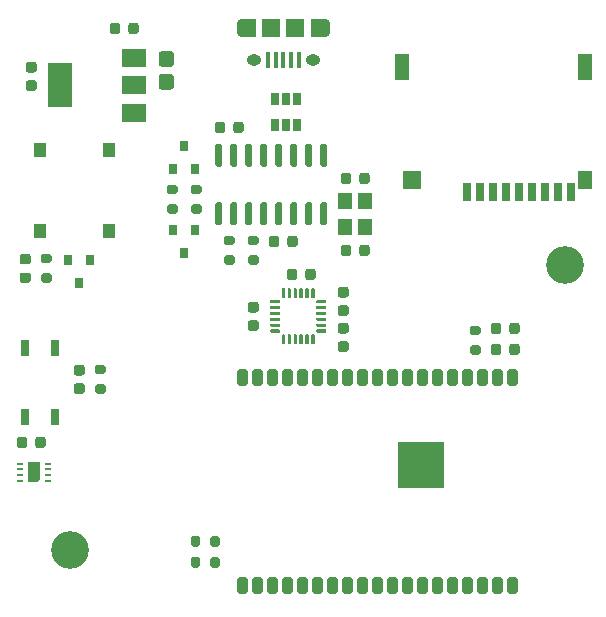
<source format=gbr>
%TF.GenerationSoftware,KiCad,Pcbnew,(5.1.10)-1*%
%TF.CreationDate,2021-12-18T14:31:07-08:00*%
%TF.ProjectId,ESP32_Playboard,45535033-325f-4506-9c61-79626f617264,rev?*%
%TF.SameCoordinates,Original*%
%TF.FileFunction,Soldermask,Top*%
%TF.FilePolarity,Negative*%
%FSLAX46Y46*%
G04 Gerber Fmt 4.6, Leading zero omitted, Abs format (unit mm)*
G04 Created by KiCad (PCBNEW (5.1.10)-1) date 2021-12-18 14:31:07*
%MOMM*%
%LPD*%
G01*
G04 APERTURE LIST*
%ADD10C,3.200000*%
%ADD11R,0.700000X1.400000*%
%ADD12R,4.000000X4.000000*%
%ADD13R,1.000000X1.200000*%
%ADD14O,0.890000X1.550000*%
%ADD15R,1.200000X1.550000*%
%ADD16R,1.500000X1.550000*%
%ADD17O,1.250000X0.950000*%
%ADD18R,0.400000X1.350000*%
%ADD19R,0.700000X1.600000*%
%ADD20R,1.200000X2.200000*%
%ADD21R,1.200000X1.500000*%
%ADD22R,1.600000X1.500000*%
%ADD23R,0.800000X0.900000*%
%ADD24R,2.000000X3.800000*%
%ADD25R,2.000000X1.500000*%
%ADD26R,0.650000X1.060000*%
%ADD27C,0.100000*%
%ADD28R,0.550000X0.250000*%
%ADD29R,1.200000X1.400000*%
G04 APERTURE END LIST*
D10*
%TO.C,H3*%
X95504000Y-105918000D03*
%TD*%
%TO.C,H2*%
X137414000Y-81788000D03*
%TD*%
D11*
%TO.C,D1*%
X94234000Y-94594000D03*
X94234000Y-88794000D03*
X91694000Y-94594000D03*
X91694000Y-88794000D03*
%TD*%
%TO.C,U5*%
G36*
G01*
X132722900Y-90541000D02*
X133225100Y-90541000D01*
G75*
G02*
X133439000Y-90754900I0J-213900D01*
G01*
X133439000Y-91777100D01*
G75*
G02*
X133225100Y-91991000I-213900J0D01*
G01*
X132722900Y-91991000D01*
G75*
G02*
X132509000Y-91777100I0J213900D01*
G01*
X132509000Y-90754900D01*
G75*
G02*
X132722900Y-90541000I213900J0D01*
G01*
G37*
G36*
G01*
X131452900Y-90541000D02*
X131955100Y-90541000D01*
G75*
G02*
X132169000Y-90754900I0J-213900D01*
G01*
X132169000Y-91777100D01*
G75*
G02*
X131955100Y-91991000I-213900J0D01*
G01*
X131452900Y-91991000D01*
G75*
G02*
X131239000Y-91777100I0J213900D01*
G01*
X131239000Y-90754900D01*
G75*
G02*
X131452900Y-90541000I213900J0D01*
G01*
G37*
G36*
G01*
X130182900Y-90541000D02*
X130685100Y-90541000D01*
G75*
G02*
X130899000Y-90754900I0J-213900D01*
G01*
X130899000Y-91777100D01*
G75*
G02*
X130685100Y-91991000I-213900J0D01*
G01*
X130182900Y-91991000D01*
G75*
G02*
X129969000Y-91777100I0J213900D01*
G01*
X129969000Y-90754900D01*
G75*
G02*
X130182900Y-90541000I213900J0D01*
G01*
G37*
G36*
G01*
X128912900Y-90541000D02*
X129415100Y-90541000D01*
G75*
G02*
X129629000Y-90754900I0J-213900D01*
G01*
X129629000Y-91777100D01*
G75*
G02*
X129415100Y-91991000I-213900J0D01*
G01*
X128912900Y-91991000D01*
G75*
G02*
X128699000Y-91777100I0J213900D01*
G01*
X128699000Y-90754900D01*
G75*
G02*
X128912900Y-90541000I213900J0D01*
G01*
G37*
G36*
G01*
X127642900Y-90541000D02*
X128145100Y-90541000D01*
G75*
G02*
X128359000Y-90754900I0J-213900D01*
G01*
X128359000Y-91777100D01*
G75*
G02*
X128145100Y-91991000I-213900J0D01*
G01*
X127642900Y-91991000D01*
G75*
G02*
X127429000Y-91777100I0J213900D01*
G01*
X127429000Y-90754900D01*
G75*
G02*
X127642900Y-90541000I213900J0D01*
G01*
G37*
G36*
G01*
X126372900Y-90541000D02*
X126875100Y-90541000D01*
G75*
G02*
X127089000Y-90754900I0J-213900D01*
G01*
X127089000Y-91777100D01*
G75*
G02*
X126875100Y-91991000I-213900J0D01*
G01*
X126372900Y-91991000D01*
G75*
G02*
X126159000Y-91777100I0J213900D01*
G01*
X126159000Y-90754900D01*
G75*
G02*
X126372900Y-90541000I213900J0D01*
G01*
G37*
G36*
G01*
X125102900Y-90541000D02*
X125605100Y-90541000D01*
G75*
G02*
X125819000Y-90754900I0J-213900D01*
G01*
X125819000Y-91777100D01*
G75*
G02*
X125605100Y-91991000I-213900J0D01*
G01*
X125102900Y-91991000D01*
G75*
G02*
X124889000Y-91777100I0J213900D01*
G01*
X124889000Y-90754900D01*
G75*
G02*
X125102900Y-90541000I213900J0D01*
G01*
G37*
G36*
G01*
X123832900Y-90541000D02*
X124335100Y-90541000D01*
G75*
G02*
X124549000Y-90754900I0J-213900D01*
G01*
X124549000Y-91777100D01*
G75*
G02*
X124335100Y-91991000I-213900J0D01*
G01*
X123832900Y-91991000D01*
G75*
G02*
X123619000Y-91777100I0J213900D01*
G01*
X123619000Y-90754900D01*
G75*
G02*
X123832900Y-90541000I213900J0D01*
G01*
G37*
G36*
G01*
X122562900Y-90541000D02*
X123065100Y-90541000D01*
G75*
G02*
X123279000Y-90754900I0J-213900D01*
G01*
X123279000Y-91777100D01*
G75*
G02*
X123065100Y-91991000I-213900J0D01*
G01*
X122562900Y-91991000D01*
G75*
G02*
X122349000Y-91777100I0J213900D01*
G01*
X122349000Y-90754900D01*
G75*
G02*
X122562900Y-90541000I213900J0D01*
G01*
G37*
G36*
G01*
X121292900Y-90541000D02*
X121795100Y-90541000D01*
G75*
G02*
X122009000Y-90754900I0J-213900D01*
G01*
X122009000Y-91777100D01*
G75*
G02*
X121795100Y-91991000I-213900J0D01*
G01*
X121292900Y-91991000D01*
G75*
G02*
X121079000Y-91777100I0J213900D01*
G01*
X121079000Y-90754900D01*
G75*
G02*
X121292900Y-90541000I213900J0D01*
G01*
G37*
G36*
G01*
X120022900Y-90541000D02*
X120525100Y-90541000D01*
G75*
G02*
X120739000Y-90754900I0J-213900D01*
G01*
X120739000Y-91777100D01*
G75*
G02*
X120525100Y-91991000I-213900J0D01*
G01*
X120022900Y-91991000D01*
G75*
G02*
X119809000Y-91777100I0J213900D01*
G01*
X119809000Y-90754900D01*
G75*
G02*
X120022900Y-90541000I213900J0D01*
G01*
G37*
G36*
G01*
X118752900Y-90541000D02*
X119255100Y-90541000D01*
G75*
G02*
X119469000Y-90754900I0J-213900D01*
G01*
X119469000Y-91777100D01*
G75*
G02*
X119255100Y-91991000I-213900J0D01*
G01*
X118752900Y-91991000D01*
G75*
G02*
X118539000Y-91777100I0J213900D01*
G01*
X118539000Y-90754900D01*
G75*
G02*
X118752900Y-90541000I213900J0D01*
G01*
G37*
G36*
G01*
X117482900Y-90541000D02*
X117985100Y-90541000D01*
G75*
G02*
X118199000Y-90754900I0J-213900D01*
G01*
X118199000Y-91777100D01*
G75*
G02*
X117985100Y-91991000I-213900J0D01*
G01*
X117482900Y-91991000D01*
G75*
G02*
X117269000Y-91777100I0J213900D01*
G01*
X117269000Y-90754900D01*
G75*
G02*
X117482900Y-90541000I213900J0D01*
G01*
G37*
G36*
G01*
X116212900Y-90541000D02*
X116715100Y-90541000D01*
G75*
G02*
X116929000Y-90754900I0J-213900D01*
G01*
X116929000Y-91777100D01*
G75*
G02*
X116715100Y-91991000I-213900J0D01*
G01*
X116212900Y-91991000D01*
G75*
G02*
X115999000Y-91777100I0J213900D01*
G01*
X115999000Y-90754900D01*
G75*
G02*
X116212900Y-90541000I213900J0D01*
G01*
G37*
G36*
G01*
X114942900Y-90541000D02*
X115445100Y-90541000D01*
G75*
G02*
X115659000Y-90754900I0J-213900D01*
G01*
X115659000Y-91777100D01*
G75*
G02*
X115445100Y-91991000I-213900J0D01*
G01*
X114942900Y-91991000D01*
G75*
G02*
X114729000Y-91777100I0J213900D01*
G01*
X114729000Y-90754900D01*
G75*
G02*
X114942900Y-90541000I213900J0D01*
G01*
G37*
G36*
G01*
X113672900Y-90541000D02*
X114175100Y-90541000D01*
G75*
G02*
X114389000Y-90754900I0J-213900D01*
G01*
X114389000Y-91777100D01*
G75*
G02*
X114175100Y-91991000I-213900J0D01*
G01*
X113672900Y-91991000D01*
G75*
G02*
X113459000Y-91777100I0J213900D01*
G01*
X113459000Y-90754900D01*
G75*
G02*
X113672900Y-90541000I213900J0D01*
G01*
G37*
G36*
G01*
X112402900Y-90541000D02*
X112905100Y-90541000D01*
G75*
G02*
X113119000Y-90754900I0J-213900D01*
G01*
X113119000Y-91777100D01*
G75*
G02*
X112905100Y-91991000I-213900J0D01*
G01*
X112402900Y-91991000D01*
G75*
G02*
X112189000Y-91777100I0J213900D01*
G01*
X112189000Y-90754900D01*
G75*
G02*
X112402900Y-90541000I213900J0D01*
G01*
G37*
G36*
G01*
X111132900Y-90541000D02*
X111635100Y-90541000D01*
G75*
G02*
X111849000Y-90754900I0J-213900D01*
G01*
X111849000Y-91777100D01*
G75*
G02*
X111635100Y-91991000I-213900J0D01*
G01*
X111132900Y-91991000D01*
G75*
G02*
X110919000Y-91777100I0J213900D01*
G01*
X110919000Y-90754900D01*
G75*
G02*
X111132900Y-90541000I213900J0D01*
G01*
G37*
G36*
G01*
X109862900Y-90541000D02*
X110365100Y-90541000D01*
G75*
G02*
X110579000Y-90754900I0J-213900D01*
G01*
X110579000Y-91777100D01*
G75*
G02*
X110365100Y-91991000I-213900J0D01*
G01*
X109862900Y-91991000D01*
G75*
G02*
X109649000Y-91777100I0J213900D01*
G01*
X109649000Y-90754900D01*
G75*
G02*
X109862900Y-90541000I213900J0D01*
G01*
G37*
G36*
G01*
X109862900Y-108161000D02*
X110365100Y-108161000D01*
G75*
G02*
X110579000Y-108374900I0J-213900D01*
G01*
X110579000Y-109397100D01*
G75*
G02*
X110365100Y-109611000I-213900J0D01*
G01*
X109862900Y-109611000D01*
G75*
G02*
X109649000Y-109397100I0J213900D01*
G01*
X109649000Y-108374900D01*
G75*
G02*
X109862900Y-108161000I213900J0D01*
G01*
G37*
G36*
G01*
X111132900Y-108161000D02*
X111635100Y-108161000D01*
G75*
G02*
X111849000Y-108374900I0J-213900D01*
G01*
X111849000Y-109397100D01*
G75*
G02*
X111635100Y-109611000I-213900J0D01*
G01*
X111132900Y-109611000D01*
G75*
G02*
X110919000Y-109397100I0J213900D01*
G01*
X110919000Y-108374900D01*
G75*
G02*
X111132900Y-108161000I213900J0D01*
G01*
G37*
G36*
G01*
X112402900Y-108161000D02*
X112905100Y-108161000D01*
G75*
G02*
X113119000Y-108374900I0J-213900D01*
G01*
X113119000Y-109397100D01*
G75*
G02*
X112905100Y-109611000I-213900J0D01*
G01*
X112402900Y-109611000D01*
G75*
G02*
X112189000Y-109397100I0J213900D01*
G01*
X112189000Y-108374900D01*
G75*
G02*
X112402900Y-108161000I213900J0D01*
G01*
G37*
G36*
G01*
X113672900Y-108161000D02*
X114175100Y-108161000D01*
G75*
G02*
X114389000Y-108374900I0J-213900D01*
G01*
X114389000Y-109397100D01*
G75*
G02*
X114175100Y-109611000I-213900J0D01*
G01*
X113672900Y-109611000D01*
G75*
G02*
X113459000Y-109397100I0J213900D01*
G01*
X113459000Y-108374900D01*
G75*
G02*
X113672900Y-108161000I213900J0D01*
G01*
G37*
G36*
G01*
X114942900Y-108161000D02*
X115445100Y-108161000D01*
G75*
G02*
X115659000Y-108374900I0J-213900D01*
G01*
X115659000Y-109397100D01*
G75*
G02*
X115445100Y-109611000I-213900J0D01*
G01*
X114942900Y-109611000D01*
G75*
G02*
X114729000Y-109397100I0J213900D01*
G01*
X114729000Y-108374900D01*
G75*
G02*
X114942900Y-108161000I213900J0D01*
G01*
G37*
G36*
G01*
X116212900Y-108161000D02*
X116715100Y-108161000D01*
G75*
G02*
X116929000Y-108374900I0J-213900D01*
G01*
X116929000Y-109397100D01*
G75*
G02*
X116715100Y-109611000I-213900J0D01*
G01*
X116212900Y-109611000D01*
G75*
G02*
X115999000Y-109397100I0J213900D01*
G01*
X115999000Y-108374900D01*
G75*
G02*
X116212900Y-108161000I213900J0D01*
G01*
G37*
G36*
G01*
X117482900Y-108161000D02*
X117985100Y-108161000D01*
G75*
G02*
X118199000Y-108374900I0J-213900D01*
G01*
X118199000Y-109397100D01*
G75*
G02*
X117985100Y-109611000I-213900J0D01*
G01*
X117482900Y-109611000D01*
G75*
G02*
X117269000Y-109397100I0J213900D01*
G01*
X117269000Y-108374900D01*
G75*
G02*
X117482900Y-108161000I213900J0D01*
G01*
G37*
G36*
G01*
X118752900Y-108161000D02*
X119255100Y-108161000D01*
G75*
G02*
X119469000Y-108374900I0J-213900D01*
G01*
X119469000Y-109397100D01*
G75*
G02*
X119255100Y-109611000I-213900J0D01*
G01*
X118752900Y-109611000D01*
G75*
G02*
X118539000Y-109397100I0J213900D01*
G01*
X118539000Y-108374900D01*
G75*
G02*
X118752900Y-108161000I213900J0D01*
G01*
G37*
G36*
G01*
X120022900Y-108161000D02*
X120525100Y-108161000D01*
G75*
G02*
X120739000Y-108374900I0J-213900D01*
G01*
X120739000Y-109397100D01*
G75*
G02*
X120525100Y-109611000I-213900J0D01*
G01*
X120022900Y-109611000D01*
G75*
G02*
X119809000Y-109397100I0J213900D01*
G01*
X119809000Y-108374900D01*
G75*
G02*
X120022900Y-108161000I213900J0D01*
G01*
G37*
G36*
G01*
X121292900Y-108161000D02*
X121795100Y-108161000D01*
G75*
G02*
X122009000Y-108374900I0J-213900D01*
G01*
X122009000Y-109397100D01*
G75*
G02*
X121795100Y-109611000I-213900J0D01*
G01*
X121292900Y-109611000D01*
G75*
G02*
X121079000Y-109397100I0J213900D01*
G01*
X121079000Y-108374900D01*
G75*
G02*
X121292900Y-108161000I213900J0D01*
G01*
G37*
G36*
G01*
X122562900Y-108161000D02*
X123065100Y-108161000D01*
G75*
G02*
X123279000Y-108374900I0J-213900D01*
G01*
X123279000Y-109397100D01*
G75*
G02*
X123065100Y-109611000I-213900J0D01*
G01*
X122562900Y-109611000D01*
G75*
G02*
X122349000Y-109397100I0J213900D01*
G01*
X122349000Y-108374900D01*
G75*
G02*
X122562900Y-108161000I213900J0D01*
G01*
G37*
G36*
G01*
X123832900Y-108161000D02*
X124335100Y-108161000D01*
G75*
G02*
X124549000Y-108374900I0J-213900D01*
G01*
X124549000Y-109397100D01*
G75*
G02*
X124335100Y-109611000I-213900J0D01*
G01*
X123832900Y-109611000D01*
G75*
G02*
X123619000Y-109397100I0J213900D01*
G01*
X123619000Y-108374900D01*
G75*
G02*
X123832900Y-108161000I213900J0D01*
G01*
G37*
G36*
G01*
X125102900Y-108161000D02*
X125605100Y-108161000D01*
G75*
G02*
X125819000Y-108374900I0J-213900D01*
G01*
X125819000Y-109397100D01*
G75*
G02*
X125605100Y-109611000I-213900J0D01*
G01*
X125102900Y-109611000D01*
G75*
G02*
X124889000Y-109397100I0J213900D01*
G01*
X124889000Y-108374900D01*
G75*
G02*
X125102900Y-108161000I213900J0D01*
G01*
G37*
G36*
G01*
X126372900Y-108161000D02*
X126875100Y-108161000D01*
G75*
G02*
X127089000Y-108374900I0J-213900D01*
G01*
X127089000Y-109397100D01*
G75*
G02*
X126875100Y-109611000I-213900J0D01*
G01*
X126372900Y-109611000D01*
G75*
G02*
X126159000Y-109397100I0J213900D01*
G01*
X126159000Y-108374900D01*
G75*
G02*
X126372900Y-108161000I213900J0D01*
G01*
G37*
G36*
G01*
X127642900Y-108161000D02*
X128145100Y-108161000D01*
G75*
G02*
X128359000Y-108374900I0J-213900D01*
G01*
X128359000Y-109397100D01*
G75*
G02*
X128145100Y-109611000I-213900J0D01*
G01*
X127642900Y-109611000D01*
G75*
G02*
X127429000Y-109397100I0J213900D01*
G01*
X127429000Y-108374900D01*
G75*
G02*
X127642900Y-108161000I213900J0D01*
G01*
G37*
G36*
G01*
X128912900Y-108161000D02*
X129415100Y-108161000D01*
G75*
G02*
X129629000Y-108374900I0J-213900D01*
G01*
X129629000Y-109397100D01*
G75*
G02*
X129415100Y-109611000I-213900J0D01*
G01*
X128912900Y-109611000D01*
G75*
G02*
X128699000Y-109397100I0J213900D01*
G01*
X128699000Y-108374900D01*
G75*
G02*
X128912900Y-108161000I213900J0D01*
G01*
G37*
G36*
G01*
X130182900Y-108161000D02*
X130685100Y-108161000D01*
G75*
G02*
X130899000Y-108374900I0J-213900D01*
G01*
X130899000Y-109397100D01*
G75*
G02*
X130685100Y-109611000I-213900J0D01*
G01*
X130182900Y-109611000D01*
G75*
G02*
X129969000Y-109397100I0J213900D01*
G01*
X129969000Y-108374900D01*
G75*
G02*
X130182900Y-108161000I213900J0D01*
G01*
G37*
G36*
G01*
X131452900Y-108161000D02*
X131955100Y-108161000D01*
G75*
G02*
X132169000Y-108374900I0J-213900D01*
G01*
X132169000Y-109397100D01*
G75*
G02*
X131955100Y-109611000I-213900J0D01*
G01*
X131452900Y-109611000D01*
G75*
G02*
X131239000Y-109397100I0J213900D01*
G01*
X131239000Y-108374900D01*
G75*
G02*
X131452900Y-108161000I213900J0D01*
G01*
G37*
G36*
G01*
X132722900Y-108161000D02*
X133225100Y-108161000D01*
G75*
G02*
X133439000Y-108374900I0J-213900D01*
G01*
X133439000Y-109397100D01*
G75*
G02*
X133225100Y-109611000I-213900J0D01*
G01*
X132722900Y-109611000D01*
G75*
G02*
X132509000Y-109397100I0J213900D01*
G01*
X132509000Y-108374900D01*
G75*
G02*
X132722900Y-108161000I213900J0D01*
G01*
G37*
D12*
X125184000Y-98696000D03*
%TD*%
%TO.C,R5*%
G36*
G01*
X129519000Y-88563000D02*
X130069000Y-88563000D01*
G75*
G02*
X130269000Y-88763000I0J-200000D01*
G01*
X130269000Y-89163000D01*
G75*
G02*
X130069000Y-89363000I-200000J0D01*
G01*
X129519000Y-89363000D01*
G75*
G02*
X129319000Y-89163000I0J200000D01*
G01*
X129319000Y-88763000D01*
G75*
G02*
X129519000Y-88563000I200000J0D01*
G01*
G37*
G36*
G01*
X129519000Y-86913000D02*
X130069000Y-86913000D01*
G75*
G02*
X130269000Y-87113000I0J-200000D01*
G01*
X130269000Y-87513000D01*
G75*
G02*
X130069000Y-87713000I-200000J0D01*
G01*
X129519000Y-87713000D01*
G75*
G02*
X129319000Y-87513000I0J200000D01*
G01*
X129319000Y-87113000D01*
G75*
G02*
X129519000Y-86913000I200000J0D01*
G01*
G37*
%TD*%
%TO.C,C11*%
G36*
G01*
X132009000Y-88650000D02*
X132009000Y-89150000D01*
G75*
G02*
X131784000Y-89375000I-225000J0D01*
G01*
X131334000Y-89375000D01*
G75*
G02*
X131109000Y-89150000I0J225000D01*
G01*
X131109000Y-88650000D01*
G75*
G02*
X131334000Y-88425000I225000J0D01*
G01*
X131784000Y-88425000D01*
G75*
G02*
X132009000Y-88650000I0J-225000D01*
G01*
G37*
G36*
G01*
X133559000Y-88650000D02*
X133559000Y-89150000D01*
G75*
G02*
X133334000Y-89375000I-225000J0D01*
G01*
X132884000Y-89375000D01*
G75*
G02*
X132659000Y-89150000I0J225000D01*
G01*
X132659000Y-88650000D01*
G75*
G02*
X132884000Y-88425000I225000J0D01*
G01*
X133334000Y-88425000D01*
G75*
G02*
X133559000Y-88650000I0J-225000D01*
G01*
G37*
%TD*%
%TO.C,C10*%
G36*
G01*
X132009000Y-86872000D02*
X132009000Y-87372000D01*
G75*
G02*
X131784000Y-87597000I-225000J0D01*
G01*
X131334000Y-87597000D01*
G75*
G02*
X131109000Y-87372000I0J225000D01*
G01*
X131109000Y-86872000D01*
G75*
G02*
X131334000Y-86647000I225000J0D01*
G01*
X131784000Y-86647000D01*
G75*
G02*
X132009000Y-86872000I0J-225000D01*
G01*
G37*
G36*
G01*
X133559000Y-86872000D02*
X133559000Y-87372000D01*
G75*
G02*
X133334000Y-87597000I-225000J0D01*
G01*
X132884000Y-87597000D01*
G75*
G02*
X132659000Y-87372000I0J225000D01*
G01*
X132659000Y-86872000D01*
G75*
G02*
X132884000Y-86647000I225000J0D01*
G01*
X133334000Y-86647000D01*
G75*
G02*
X133559000Y-86872000I0J-225000D01*
G01*
G37*
%TD*%
D13*
%TO.C,SW1*%
X92964000Y-78838000D03*
X92964000Y-72038000D03*
%TD*%
%TO.C,R2*%
G36*
G01*
X111273000Y-81743000D02*
X110723000Y-81743000D01*
G75*
G02*
X110523000Y-81543000I0J200000D01*
G01*
X110523000Y-81143000D01*
G75*
G02*
X110723000Y-80943000I200000J0D01*
G01*
X111273000Y-80943000D01*
G75*
G02*
X111473000Y-81143000I0J-200000D01*
G01*
X111473000Y-81543000D01*
G75*
G02*
X111273000Y-81743000I-200000J0D01*
G01*
G37*
G36*
G01*
X111273000Y-80093000D02*
X110723000Y-80093000D01*
G75*
G02*
X110523000Y-79893000I0J200000D01*
G01*
X110523000Y-79493000D01*
G75*
G02*
X110723000Y-79293000I200000J0D01*
G01*
X111273000Y-79293000D01*
G75*
G02*
X111473000Y-79493000I0J-200000D01*
G01*
X111473000Y-79893000D01*
G75*
G02*
X111273000Y-80093000I-200000J0D01*
G01*
G37*
%TD*%
D14*
%TO.C,J1*%
X110038000Y-61692000D03*
X117038000Y-61692000D03*
D15*
X110638000Y-61692000D03*
X116438000Y-61692000D03*
D16*
X112538000Y-61692000D03*
X114538000Y-61692000D03*
D17*
X111038000Y-64392000D03*
X116038000Y-64392000D03*
D18*
X112238000Y-64392000D03*
X112888000Y-64392000D03*
X113538000Y-64392000D03*
X114188000Y-64392000D03*
X114838000Y-64392000D03*
%TD*%
%TO.C,C1*%
G36*
G01*
X107741000Y-70354000D02*
X107741000Y-69854000D01*
G75*
G02*
X107966000Y-69629000I225000J0D01*
G01*
X108416000Y-69629000D01*
G75*
G02*
X108641000Y-69854000I0J-225000D01*
G01*
X108641000Y-70354000D01*
G75*
G02*
X108416000Y-70579000I-225000J0D01*
G01*
X107966000Y-70579000D01*
G75*
G02*
X107741000Y-70354000I0J225000D01*
G01*
G37*
G36*
G01*
X109291000Y-70354000D02*
X109291000Y-69854000D01*
G75*
G02*
X109516000Y-69629000I225000J0D01*
G01*
X109966000Y-69629000D01*
G75*
G02*
X110191000Y-69854000I0J-225000D01*
G01*
X110191000Y-70354000D01*
G75*
G02*
X109966000Y-70579000I-225000J0D01*
G01*
X109516000Y-70579000D01*
G75*
G02*
X109291000Y-70354000I0J225000D01*
G01*
G37*
%TD*%
%TO.C,C2*%
G36*
G01*
X113213000Y-79506000D02*
X113213000Y-80006000D01*
G75*
G02*
X112988000Y-80231000I-225000J0D01*
G01*
X112538000Y-80231000D01*
G75*
G02*
X112313000Y-80006000I0J225000D01*
G01*
X112313000Y-79506000D01*
G75*
G02*
X112538000Y-79281000I225000J0D01*
G01*
X112988000Y-79281000D01*
G75*
G02*
X113213000Y-79506000I0J-225000D01*
G01*
G37*
G36*
G01*
X114763000Y-79506000D02*
X114763000Y-80006000D01*
G75*
G02*
X114538000Y-80231000I-225000J0D01*
G01*
X114088000Y-80231000D01*
G75*
G02*
X113863000Y-80006000I0J225000D01*
G01*
X113863000Y-79506000D01*
G75*
G02*
X114088000Y-79281000I225000J0D01*
G01*
X114538000Y-79281000D01*
G75*
G02*
X114763000Y-79506000I0J-225000D01*
G01*
G37*
%TD*%
%TO.C,C3*%
G36*
G01*
X118409000Y-74672000D02*
X118409000Y-74172000D01*
G75*
G02*
X118634000Y-73947000I225000J0D01*
G01*
X119084000Y-73947000D01*
G75*
G02*
X119309000Y-74172000I0J-225000D01*
G01*
X119309000Y-74672000D01*
G75*
G02*
X119084000Y-74897000I-225000J0D01*
G01*
X118634000Y-74897000D01*
G75*
G02*
X118409000Y-74672000I0J225000D01*
G01*
G37*
G36*
G01*
X119959000Y-74672000D02*
X119959000Y-74172000D01*
G75*
G02*
X120184000Y-73947000I225000J0D01*
G01*
X120634000Y-73947000D01*
G75*
G02*
X120859000Y-74172000I0J-225000D01*
G01*
X120859000Y-74672000D01*
G75*
G02*
X120634000Y-74897000I-225000J0D01*
G01*
X120184000Y-74897000D01*
G75*
G02*
X119959000Y-74672000I0J225000D01*
G01*
G37*
%TD*%
%TO.C,C4*%
G36*
G01*
X119309000Y-80268000D02*
X119309000Y-80768000D01*
G75*
G02*
X119084000Y-80993000I-225000J0D01*
G01*
X118634000Y-80993000D01*
G75*
G02*
X118409000Y-80768000I0J225000D01*
G01*
X118409000Y-80268000D01*
G75*
G02*
X118634000Y-80043000I225000J0D01*
G01*
X119084000Y-80043000D01*
G75*
G02*
X119309000Y-80268000I0J-225000D01*
G01*
G37*
G36*
G01*
X120859000Y-80268000D02*
X120859000Y-80768000D01*
G75*
G02*
X120634000Y-80993000I-225000J0D01*
G01*
X120184000Y-80993000D01*
G75*
G02*
X119959000Y-80768000I0J225000D01*
G01*
X119959000Y-80268000D01*
G75*
G02*
X120184000Y-80043000I225000J0D01*
G01*
X120634000Y-80043000D01*
G75*
G02*
X120859000Y-80268000I0J-225000D01*
G01*
G37*
%TD*%
%TO.C,C5*%
G36*
G01*
X101301000Y-61472000D02*
X101301000Y-61972000D01*
G75*
G02*
X101076000Y-62197000I-225000J0D01*
G01*
X100626000Y-62197000D01*
G75*
G02*
X100401000Y-61972000I0J225000D01*
G01*
X100401000Y-61472000D01*
G75*
G02*
X100626000Y-61247000I225000J0D01*
G01*
X101076000Y-61247000D01*
G75*
G02*
X101301000Y-61472000I0J-225000D01*
G01*
G37*
G36*
G01*
X99751000Y-61472000D02*
X99751000Y-61972000D01*
G75*
G02*
X99526000Y-62197000I-225000J0D01*
G01*
X99076000Y-62197000D01*
G75*
G02*
X98851000Y-61972000I0J225000D01*
G01*
X98851000Y-61472000D01*
G75*
G02*
X99076000Y-61247000I225000J0D01*
G01*
X99526000Y-61247000D01*
G75*
G02*
X99751000Y-61472000I0J-225000D01*
G01*
G37*
%TD*%
%TO.C,C6*%
G36*
G01*
X92452000Y-65461000D02*
X91952000Y-65461000D01*
G75*
G02*
X91727000Y-65236000I0J225000D01*
G01*
X91727000Y-64786000D01*
G75*
G02*
X91952000Y-64561000I225000J0D01*
G01*
X92452000Y-64561000D01*
G75*
G02*
X92677000Y-64786000I0J-225000D01*
G01*
X92677000Y-65236000D01*
G75*
G02*
X92452000Y-65461000I-225000J0D01*
G01*
G37*
G36*
G01*
X92452000Y-67011000D02*
X91952000Y-67011000D01*
G75*
G02*
X91727000Y-66786000I0J225000D01*
G01*
X91727000Y-66336000D01*
G75*
G02*
X91952000Y-66111000I225000J0D01*
G01*
X92452000Y-66111000D01*
G75*
G02*
X92677000Y-66336000I0J-225000D01*
G01*
X92677000Y-66786000D01*
G75*
G02*
X92452000Y-67011000I-225000J0D01*
G01*
G37*
%TD*%
%TO.C,C7*%
G36*
G01*
X96016000Y-91765000D02*
X96516000Y-91765000D01*
G75*
G02*
X96741000Y-91990000I0J-225000D01*
G01*
X96741000Y-92440000D01*
G75*
G02*
X96516000Y-92665000I-225000J0D01*
G01*
X96016000Y-92665000D01*
G75*
G02*
X95791000Y-92440000I0J225000D01*
G01*
X95791000Y-91990000D01*
G75*
G02*
X96016000Y-91765000I225000J0D01*
G01*
G37*
G36*
G01*
X96016000Y-90215000D02*
X96516000Y-90215000D01*
G75*
G02*
X96741000Y-90440000I0J-225000D01*
G01*
X96741000Y-90890000D01*
G75*
G02*
X96516000Y-91115000I-225000J0D01*
G01*
X96016000Y-91115000D01*
G75*
G02*
X95791000Y-90890000I0J225000D01*
G01*
X95791000Y-90440000D01*
G75*
G02*
X96016000Y-90215000I225000J0D01*
G01*
G37*
%TD*%
%TO.C,C8*%
G36*
G01*
X118368000Y-88209000D02*
X118868000Y-88209000D01*
G75*
G02*
X119093000Y-88434000I0J-225000D01*
G01*
X119093000Y-88884000D01*
G75*
G02*
X118868000Y-89109000I-225000J0D01*
G01*
X118368000Y-89109000D01*
G75*
G02*
X118143000Y-88884000I0J225000D01*
G01*
X118143000Y-88434000D01*
G75*
G02*
X118368000Y-88209000I225000J0D01*
G01*
G37*
G36*
G01*
X118368000Y-86659000D02*
X118868000Y-86659000D01*
G75*
G02*
X119093000Y-86884000I0J-225000D01*
G01*
X119093000Y-87334000D01*
G75*
G02*
X118868000Y-87559000I-225000J0D01*
G01*
X118368000Y-87559000D01*
G75*
G02*
X118143000Y-87334000I0J225000D01*
G01*
X118143000Y-86884000D01*
G75*
G02*
X118368000Y-86659000I225000J0D01*
G01*
G37*
%TD*%
%TO.C,C9*%
G36*
G01*
X114737000Y-82300000D02*
X114737000Y-82800000D01*
G75*
G02*
X114512000Y-83025000I-225000J0D01*
G01*
X114062000Y-83025000D01*
G75*
G02*
X113837000Y-82800000I0J225000D01*
G01*
X113837000Y-82300000D01*
G75*
G02*
X114062000Y-82075000I225000J0D01*
G01*
X114512000Y-82075000D01*
G75*
G02*
X114737000Y-82300000I0J-225000D01*
G01*
G37*
G36*
G01*
X116287000Y-82300000D02*
X116287000Y-82800000D01*
G75*
G02*
X116062000Y-83025000I-225000J0D01*
G01*
X115612000Y-83025000D01*
G75*
G02*
X115387000Y-82800000I0J225000D01*
G01*
X115387000Y-82300000D01*
G75*
G02*
X115612000Y-82075000I225000J0D01*
G01*
X116062000Y-82075000D01*
G75*
G02*
X116287000Y-82300000I0J-225000D01*
G01*
G37*
%TD*%
%TO.C,C12*%
G36*
G01*
X118868000Y-86061000D02*
X118368000Y-86061000D01*
G75*
G02*
X118143000Y-85836000I0J225000D01*
G01*
X118143000Y-85386000D01*
G75*
G02*
X118368000Y-85161000I225000J0D01*
G01*
X118868000Y-85161000D01*
G75*
G02*
X119093000Y-85386000I0J-225000D01*
G01*
X119093000Y-85836000D01*
G75*
G02*
X118868000Y-86061000I-225000J0D01*
G01*
G37*
G36*
G01*
X118868000Y-84511000D02*
X118368000Y-84511000D01*
G75*
G02*
X118143000Y-84286000I0J225000D01*
G01*
X118143000Y-83836000D01*
G75*
G02*
X118368000Y-83611000I225000J0D01*
G01*
X118868000Y-83611000D01*
G75*
G02*
X119093000Y-83836000I0J-225000D01*
G01*
X119093000Y-84286000D01*
G75*
G02*
X118868000Y-84511000I-225000J0D01*
G01*
G37*
%TD*%
%TO.C,C13*%
G36*
G01*
X110748000Y-84881000D02*
X111248000Y-84881000D01*
G75*
G02*
X111473000Y-85106000I0J-225000D01*
G01*
X111473000Y-85556000D01*
G75*
G02*
X111248000Y-85781000I-225000J0D01*
G01*
X110748000Y-85781000D01*
G75*
G02*
X110523000Y-85556000I0J225000D01*
G01*
X110523000Y-85106000D01*
G75*
G02*
X110748000Y-84881000I225000J0D01*
G01*
G37*
G36*
G01*
X110748000Y-86431000D02*
X111248000Y-86431000D01*
G75*
G02*
X111473000Y-86656000I0J-225000D01*
G01*
X111473000Y-87106000D01*
G75*
G02*
X111248000Y-87331000I-225000J0D01*
G01*
X110748000Y-87331000D01*
G75*
G02*
X110523000Y-87106000I0J225000D01*
G01*
X110523000Y-86656000D01*
G75*
G02*
X110748000Y-86431000I225000J0D01*
G01*
G37*
%TD*%
%TO.C,C14*%
G36*
G01*
X90977000Y-97024000D02*
X90977000Y-96524000D01*
G75*
G02*
X91202000Y-96299000I225000J0D01*
G01*
X91652000Y-96299000D01*
G75*
G02*
X91877000Y-96524000I0J-225000D01*
G01*
X91877000Y-97024000D01*
G75*
G02*
X91652000Y-97249000I-225000J0D01*
G01*
X91202000Y-97249000D01*
G75*
G02*
X90977000Y-97024000I0J225000D01*
G01*
G37*
G36*
G01*
X92527000Y-97024000D02*
X92527000Y-96524000D01*
G75*
G02*
X92752000Y-96299000I225000J0D01*
G01*
X93202000Y-96299000D01*
G75*
G02*
X93427000Y-96524000I0J-225000D01*
G01*
X93427000Y-97024000D01*
G75*
G02*
X93202000Y-97249000I-225000J0D01*
G01*
X92752000Y-97249000D01*
G75*
G02*
X92527000Y-97024000I0J225000D01*
G01*
G37*
%TD*%
%TO.C,D2*%
G36*
G01*
X91437750Y-80817000D02*
X91950250Y-80817000D01*
G75*
G02*
X92169000Y-81035750I0J-218750D01*
G01*
X92169000Y-81473250D01*
G75*
G02*
X91950250Y-81692000I-218750J0D01*
G01*
X91437750Y-81692000D01*
G75*
G02*
X91219000Y-81473250I0J218750D01*
G01*
X91219000Y-81035750D01*
G75*
G02*
X91437750Y-80817000I218750J0D01*
G01*
G37*
G36*
G01*
X91437750Y-82392000D02*
X91950250Y-82392000D01*
G75*
G02*
X92169000Y-82610750I0J-218750D01*
G01*
X92169000Y-83048250D01*
G75*
G02*
X91950250Y-83267000I-218750J0D01*
G01*
X91437750Y-83267000D01*
G75*
G02*
X91219000Y-83048250I0J218750D01*
G01*
X91219000Y-82610750D01*
G75*
G02*
X91437750Y-82392000I218750J0D01*
G01*
G37*
%TD*%
%TO.C,F1*%
G36*
G01*
X103232000Y-63653000D02*
X104032000Y-63653000D01*
G75*
G02*
X104282000Y-63903000I0J-250000D01*
G01*
X104282000Y-64728000D01*
G75*
G02*
X104032000Y-64978000I-250000J0D01*
G01*
X103232000Y-64978000D01*
G75*
G02*
X102982000Y-64728000I0J250000D01*
G01*
X102982000Y-63903000D01*
G75*
G02*
X103232000Y-63653000I250000J0D01*
G01*
G37*
G36*
G01*
X103232000Y-65578000D02*
X104032000Y-65578000D01*
G75*
G02*
X104282000Y-65828000I0J-250000D01*
G01*
X104282000Y-66653000D01*
G75*
G02*
X104032000Y-66903000I-250000J0D01*
G01*
X103232000Y-66903000D01*
G75*
G02*
X102982000Y-66653000I0J250000D01*
G01*
X102982000Y-65828000D01*
G75*
G02*
X103232000Y-65578000I250000J0D01*
G01*
G37*
%TD*%
D19*
%TO.C,J2*%
X137868000Y-75568000D03*
D20*
X123568000Y-64968000D03*
X139068000Y-64968000D03*
D21*
X139068000Y-74568000D03*
D22*
X124468000Y-74568000D03*
D19*
X136768000Y-75568000D03*
X135668000Y-75568000D03*
X134568000Y-75568000D03*
X133468000Y-75568000D03*
X132368000Y-75568000D03*
X131268000Y-75568000D03*
X130168000Y-75568000D03*
X129068000Y-75568000D03*
%TD*%
D23*
%TO.C,Q1*%
X97216000Y-81296000D03*
X95316000Y-81296000D03*
X96266000Y-83296000D03*
%TD*%
%TO.C,Q2*%
X104206000Y-73644000D03*
X106106000Y-73644000D03*
X105156000Y-71644000D03*
%TD*%
%TO.C,Q3*%
X105156000Y-80756000D03*
X104206000Y-78756000D03*
X106106000Y-78756000D03*
%TD*%
%TO.C,R1*%
G36*
G01*
X109241000Y-80093000D02*
X108691000Y-80093000D01*
G75*
G02*
X108491000Y-79893000I0J200000D01*
G01*
X108491000Y-79493000D01*
G75*
G02*
X108691000Y-79293000I200000J0D01*
G01*
X109241000Y-79293000D01*
G75*
G02*
X109441000Y-79493000I0J-200000D01*
G01*
X109441000Y-79893000D01*
G75*
G02*
X109241000Y-80093000I-200000J0D01*
G01*
G37*
G36*
G01*
X109241000Y-81743000D02*
X108691000Y-81743000D01*
G75*
G02*
X108491000Y-81543000I0J200000D01*
G01*
X108491000Y-81143000D01*
G75*
G02*
X108691000Y-80943000I200000J0D01*
G01*
X109241000Y-80943000D01*
G75*
G02*
X109441000Y-81143000I0J-200000D01*
G01*
X109441000Y-81543000D01*
G75*
G02*
X109241000Y-81743000I-200000J0D01*
G01*
G37*
%TD*%
%TO.C,R3*%
G36*
G01*
X97769000Y-90215000D02*
X98319000Y-90215000D01*
G75*
G02*
X98519000Y-90415000I0J-200000D01*
G01*
X98519000Y-90815000D01*
G75*
G02*
X98319000Y-91015000I-200000J0D01*
G01*
X97769000Y-91015000D01*
G75*
G02*
X97569000Y-90815000I0J200000D01*
G01*
X97569000Y-90415000D01*
G75*
G02*
X97769000Y-90215000I200000J0D01*
G01*
G37*
G36*
G01*
X97769000Y-91865000D02*
X98319000Y-91865000D01*
G75*
G02*
X98519000Y-92065000I0J-200000D01*
G01*
X98519000Y-92465000D01*
G75*
G02*
X98319000Y-92665000I-200000J0D01*
G01*
X97769000Y-92665000D01*
G75*
G02*
X97569000Y-92465000I0J200000D01*
G01*
X97569000Y-92065000D01*
G75*
G02*
X97769000Y-91865000I200000J0D01*
G01*
G37*
%TD*%
%TO.C,R4*%
G36*
G01*
X93747000Y-83267000D02*
X93197000Y-83267000D01*
G75*
G02*
X92997000Y-83067000I0J200000D01*
G01*
X92997000Y-82667000D01*
G75*
G02*
X93197000Y-82467000I200000J0D01*
G01*
X93747000Y-82467000D01*
G75*
G02*
X93947000Y-82667000I0J-200000D01*
G01*
X93947000Y-83067000D01*
G75*
G02*
X93747000Y-83267000I-200000J0D01*
G01*
G37*
G36*
G01*
X93747000Y-81617000D02*
X93197000Y-81617000D01*
G75*
G02*
X92997000Y-81417000I0J200000D01*
G01*
X92997000Y-81017000D01*
G75*
G02*
X93197000Y-80817000I200000J0D01*
G01*
X93747000Y-80817000D01*
G75*
G02*
X93947000Y-81017000I0J-200000D01*
G01*
X93947000Y-81417000D01*
G75*
G02*
X93747000Y-81617000I-200000J0D01*
G01*
G37*
%TD*%
%TO.C,R6*%
G36*
G01*
X104415000Y-75775000D02*
X103865000Y-75775000D01*
G75*
G02*
X103665000Y-75575000I0J200000D01*
G01*
X103665000Y-75175000D01*
G75*
G02*
X103865000Y-74975000I200000J0D01*
G01*
X104415000Y-74975000D01*
G75*
G02*
X104615000Y-75175000I0J-200000D01*
G01*
X104615000Y-75575000D01*
G75*
G02*
X104415000Y-75775000I-200000J0D01*
G01*
G37*
G36*
G01*
X104415000Y-77425000D02*
X103865000Y-77425000D01*
G75*
G02*
X103665000Y-77225000I0J200000D01*
G01*
X103665000Y-76825000D01*
G75*
G02*
X103865000Y-76625000I200000J0D01*
G01*
X104415000Y-76625000D01*
G75*
G02*
X104615000Y-76825000I0J-200000D01*
G01*
X104615000Y-77225000D01*
G75*
G02*
X104415000Y-77425000I-200000J0D01*
G01*
G37*
%TD*%
%TO.C,R7*%
G36*
G01*
X106509000Y-104881000D02*
X106509000Y-105431000D01*
G75*
G02*
X106309000Y-105631000I-200000J0D01*
G01*
X105909000Y-105631000D01*
G75*
G02*
X105709000Y-105431000I0J200000D01*
G01*
X105709000Y-104881000D01*
G75*
G02*
X105909000Y-104681000I200000J0D01*
G01*
X106309000Y-104681000D01*
G75*
G02*
X106509000Y-104881000I0J-200000D01*
G01*
G37*
G36*
G01*
X108159000Y-104881000D02*
X108159000Y-105431000D01*
G75*
G02*
X107959000Y-105631000I-200000J0D01*
G01*
X107559000Y-105631000D01*
G75*
G02*
X107359000Y-105431000I0J200000D01*
G01*
X107359000Y-104881000D01*
G75*
G02*
X107559000Y-104681000I200000J0D01*
G01*
X107959000Y-104681000D01*
G75*
G02*
X108159000Y-104881000I0J-200000D01*
G01*
G37*
%TD*%
%TO.C,R9*%
G36*
G01*
X105709000Y-107209000D02*
X105709000Y-106659000D01*
G75*
G02*
X105909000Y-106459000I200000J0D01*
G01*
X106309000Y-106459000D01*
G75*
G02*
X106509000Y-106659000I0J-200000D01*
G01*
X106509000Y-107209000D01*
G75*
G02*
X106309000Y-107409000I-200000J0D01*
G01*
X105909000Y-107409000D01*
G75*
G02*
X105709000Y-107209000I0J200000D01*
G01*
G37*
G36*
G01*
X107359000Y-107209000D02*
X107359000Y-106659000D01*
G75*
G02*
X107559000Y-106459000I200000J0D01*
G01*
X107959000Y-106459000D01*
G75*
G02*
X108159000Y-106659000I0J-200000D01*
G01*
X108159000Y-107209000D01*
G75*
G02*
X107959000Y-107409000I-200000J0D01*
G01*
X107559000Y-107409000D01*
G75*
G02*
X107359000Y-107209000I0J200000D01*
G01*
G37*
%TD*%
%TO.C,R8*%
G36*
G01*
X105897000Y-74975000D02*
X106447000Y-74975000D01*
G75*
G02*
X106647000Y-75175000I0J-200000D01*
G01*
X106647000Y-75575000D01*
G75*
G02*
X106447000Y-75775000I-200000J0D01*
G01*
X105897000Y-75775000D01*
G75*
G02*
X105697000Y-75575000I0J200000D01*
G01*
X105697000Y-75175000D01*
G75*
G02*
X105897000Y-74975000I200000J0D01*
G01*
G37*
G36*
G01*
X105897000Y-76625000D02*
X106447000Y-76625000D01*
G75*
G02*
X106647000Y-76825000I0J-200000D01*
G01*
X106647000Y-77225000D01*
G75*
G02*
X106447000Y-77425000I-200000J0D01*
G01*
X105897000Y-77425000D01*
G75*
G02*
X105697000Y-77225000I0J200000D01*
G01*
X105697000Y-76825000D01*
G75*
G02*
X105897000Y-76625000I200000J0D01*
G01*
G37*
%TD*%
D13*
%TO.C,SW2*%
X98806000Y-78838000D03*
X98806000Y-72038000D03*
%TD*%
D24*
%TO.C,U1*%
X94640000Y-66548000D03*
D25*
X100940000Y-66548000D03*
X100940000Y-64248000D03*
X100940000Y-68848000D03*
%TD*%
D26*
%TO.C,U2*%
X112842000Y-69934000D03*
X113792000Y-69934000D03*
X114742000Y-69934000D03*
X114742000Y-67734000D03*
X112842000Y-67734000D03*
X113792000Y-67734000D03*
%TD*%
%TO.C,U3*%
G36*
G01*
X108227000Y-78380000D02*
X107927000Y-78380000D01*
G75*
G02*
X107777000Y-78230000I0J150000D01*
G01*
X107777000Y-76580000D01*
G75*
G02*
X107927000Y-76430000I150000J0D01*
G01*
X108227000Y-76430000D01*
G75*
G02*
X108377000Y-76580000I0J-150000D01*
G01*
X108377000Y-78230000D01*
G75*
G02*
X108227000Y-78380000I-150000J0D01*
G01*
G37*
G36*
G01*
X109497000Y-78380000D02*
X109197000Y-78380000D01*
G75*
G02*
X109047000Y-78230000I0J150000D01*
G01*
X109047000Y-76580000D01*
G75*
G02*
X109197000Y-76430000I150000J0D01*
G01*
X109497000Y-76430000D01*
G75*
G02*
X109647000Y-76580000I0J-150000D01*
G01*
X109647000Y-78230000D01*
G75*
G02*
X109497000Y-78380000I-150000J0D01*
G01*
G37*
G36*
G01*
X110767000Y-78380000D02*
X110467000Y-78380000D01*
G75*
G02*
X110317000Y-78230000I0J150000D01*
G01*
X110317000Y-76580000D01*
G75*
G02*
X110467000Y-76430000I150000J0D01*
G01*
X110767000Y-76430000D01*
G75*
G02*
X110917000Y-76580000I0J-150000D01*
G01*
X110917000Y-78230000D01*
G75*
G02*
X110767000Y-78380000I-150000J0D01*
G01*
G37*
G36*
G01*
X112037000Y-78380000D02*
X111737000Y-78380000D01*
G75*
G02*
X111587000Y-78230000I0J150000D01*
G01*
X111587000Y-76580000D01*
G75*
G02*
X111737000Y-76430000I150000J0D01*
G01*
X112037000Y-76430000D01*
G75*
G02*
X112187000Y-76580000I0J-150000D01*
G01*
X112187000Y-78230000D01*
G75*
G02*
X112037000Y-78380000I-150000J0D01*
G01*
G37*
G36*
G01*
X113307000Y-78380000D02*
X113007000Y-78380000D01*
G75*
G02*
X112857000Y-78230000I0J150000D01*
G01*
X112857000Y-76580000D01*
G75*
G02*
X113007000Y-76430000I150000J0D01*
G01*
X113307000Y-76430000D01*
G75*
G02*
X113457000Y-76580000I0J-150000D01*
G01*
X113457000Y-78230000D01*
G75*
G02*
X113307000Y-78380000I-150000J0D01*
G01*
G37*
G36*
G01*
X114577000Y-78380000D02*
X114277000Y-78380000D01*
G75*
G02*
X114127000Y-78230000I0J150000D01*
G01*
X114127000Y-76580000D01*
G75*
G02*
X114277000Y-76430000I150000J0D01*
G01*
X114577000Y-76430000D01*
G75*
G02*
X114727000Y-76580000I0J-150000D01*
G01*
X114727000Y-78230000D01*
G75*
G02*
X114577000Y-78380000I-150000J0D01*
G01*
G37*
G36*
G01*
X115847000Y-78380000D02*
X115547000Y-78380000D01*
G75*
G02*
X115397000Y-78230000I0J150000D01*
G01*
X115397000Y-76580000D01*
G75*
G02*
X115547000Y-76430000I150000J0D01*
G01*
X115847000Y-76430000D01*
G75*
G02*
X115997000Y-76580000I0J-150000D01*
G01*
X115997000Y-78230000D01*
G75*
G02*
X115847000Y-78380000I-150000J0D01*
G01*
G37*
G36*
G01*
X117117000Y-78380000D02*
X116817000Y-78380000D01*
G75*
G02*
X116667000Y-78230000I0J150000D01*
G01*
X116667000Y-76580000D01*
G75*
G02*
X116817000Y-76430000I150000J0D01*
G01*
X117117000Y-76430000D01*
G75*
G02*
X117267000Y-76580000I0J-150000D01*
G01*
X117267000Y-78230000D01*
G75*
G02*
X117117000Y-78380000I-150000J0D01*
G01*
G37*
G36*
G01*
X117117000Y-73430000D02*
X116817000Y-73430000D01*
G75*
G02*
X116667000Y-73280000I0J150000D01*
G01*
X116667000Y-71630000D01*
G75*
G02*
X116817000Y-71480000I150000J0D01*
G01*
X117117000Y-71480000D01*
G75*
G02*
X117267000Y-71630000I0J-150000D01*
G01*
X117267000Y-73280000D01*
G75*
G02*
X117117000Y-73430000I-150000J0D01*
G01*
G37*
G36*
G01*
X115847000Y-73430000D02*
X115547000Y-73430000D01*
G75*
G02*
X115397000Y-73280000I0J150000D01*
G01*
X115397000Y-71630000D01*
G75*
G02*
X115547000Y-71480000I150000J0D01*
G01*
X115847000Y-71480000D01*
G75*
G02*
X115997000Y-71630000I0J-150000D01*
G01*
X115997000Y-73280000D01*
G75*
G02*
X115847000Y-73430000I-150000J0D01*
G01*
G37*
G36*
G01*
X114577000Y-73430000D02*
X114277000Y-73430000D01*
G75*
G02*
X114127000Y-73280000I0J150000D01*
G01*
X114127000Y-71630000D01*
G75*
G02*
X114277000Y-71480000I150000J0D01*
G01*
X114577000Y-71480000D01*
G75*
G02*
X114727000Y-71630000I0J-150000D01*
G01*
X114727000Y-73280000D01*
G75*
G02*
X114577000Y-73430000I-150000J0D01*
G01*
G37*
G36*
G01*
X113307000Y-73430000D02*
X113007000Y-73430000D01*
G75*
G02*
X112857000Y-73280000I0J150000D01*
G01*
X112857000Y-71630000D01*
G75*
G02*
X113007000Y-71480000I150000J0D01*
G01*
X113307000Y-71480000D01*
G75*
G02*
X113457000Y-71630000I0J-150000D01*
G01*
X113457000Y-73280000D01*
G75*
G02*
X113307000Y-73430000I-150000J0D01*
G01*
G37*
G36*
G01*
X112037000Y-73430000D02*
X111737000Y-73430000D01*
G75*
G02*
X111587000Y-73280000I0J150000D01*
G01*
X111587000Y-71630000D01*
G75*
G02*
X111737000Y-71480000I150000J0D01*
G01*
X112037000Y-71480000D01*
G75*
G02*
X112187000Y-71630000I0J-150000D01*
G01*
X112187000Y-73280000D01*
G75*
G02*
X112037000Y-73430000I-150000J0D01*
G01*
G37*
G36*
G01*
X110767000Y-73430000D02*
X110467000Y-73430000D01*
G75*
G02*
X110317000Y-73280000I0J150000D01*
G01*
X110317000Y-71630000D01*
G75*
G02*
X110467000Y-71480000I150000J0D01*
G01*
X110767000Y-71480000D01*
G75*
G02*
X110917000Y-71630000I0J-150000D01*
G01*
X110917000Y-73280000D01*
G75*
G02*
X110767000Y-73430000I-150000J0D01*
G01*
G37*
G36*
G01*
X109497000Y-73430000D02*
X109197000Y-73430000D01*
G75*
G02*
X109047000Y-73280000I0J150000D01*
G01*
X109047000Y-71630000D01*
G75*
G02*
X109197000Y-71480000I150000J0D01*
G01*
X109497000Y-71480000D01*
G75*
G02*
X109647000Y-71630000I0J-150000D01*
G01*
X109647000Y-73280000D01*
G75*
G02*
X109497000Y-73430000I-150000J0D01*
G01*
G37*
G36*
G01*
X108227000Y-73430000D02*
X107927000Y-73430000D01*
G75*
G02*
X107777000Y-73280000I0J150000D01*
G01*
X107777000Y-71630000D01*
G75*
G02*
X107927000Y-71480000I150000J0D01*
G01*
X108227000Y-71480000D01*
G75*
G02*
X108377000Y-71630000I0J-150000D01*
G01*
X108377000Y-73280000D01*
G75*
G02*
X108227000Y-73430000I-150000J0D01*
G01*
G37*
%TD*%
%TO.C,U4*%
G36*
G01*
X113633000Y-88481000D02*
X113483000Y-88481000D01*
G75*
G02*
X113408000Y-88406000I0J75000D01*
G01*
X113408000Y-87706000D01*
G75*
G02*
X113483000Y-87631000I75000J0D01*
G01*
X113633000Y-87631000D01*
G75*
G02*
X113708000Y-87706000I0J-75000D01*
G01*
X113708000Y-88406000D01*
G75*
G02*
X113633000Y-88481000I-75000J0D01*
G01*
G37*
G36*
G01*
X114133000Y-88481000D02*
X113983000Y-88481000D01*
G75*
G02*
X113908000Y-88406000I0J75000D01*
G01*
X113908000Y-87706000D01*
G75*
G02*
X113983000Y-87631000I75000J0D01*
G01*
X114133000Y-87631000D01*
G75*
G02*
X114208000Y-87706000I0J-75000D01*
G01*
X114208000Y-88406000D01*
G75*
G02*
X114133000Y-88481000I-75000J0D01*
G01*
G37*
G36*
G01*
X114633000Y-88481000D02*
X114483000Y-88481000D01*
G75*
G02*
X114408000Y-88406000I0J75000D01*
G01*
X114408000Y-87706000D01*
G75*
G02*
X114483000Y-87631000I75000J0D01*
G01*
X114633000Y-87631000D01*
G75*
G02*
X114708000Y-87706000I0J-75000D01*
G01*
X114708000Y-88406000D01*
G75*
G02*
X114633000Y-88481000I-75000J0D01*
G01*
G37*
G36*
G01*
X115133000Y-88481000D02*
X114983000Y-88481000D01*
G75*
G02*
X114908000Y-88406000I0J75000D01*
G01*
X114908000Y-87706000D01*
G75*
G02*
X114983000Y-87631000I75000J0D01*
G01*
X115133000Y-87631000D01*
G75*
G02*
X115208000Y-87706000I0J-75000D01*
G01*
X115208000Y-88406000D01*
G75*
G02*
X115133000Y-88481000I-75000J0D01*
G01*
G37*
G36*
G01*
X115633000Y-88481000D02*
X115483000Y-88481000D01*
G75*
G02*
X115408000Y-88406000I0J75000D01*
G01*
X115408000Y-87706000D01*
G75*
G02*
X115483000Y-87631000I75000J0D01*
G01*
X115633000Y-87631000D01*
G75*
G02*
X115708000Y-87706000I0J-75000D01*
G01*
X115708000Y-88406000D01*
G75*
G02*
X115633000Y-88481000I-75000J0D01*
G01*
G37*
G36*
G01*
X116133000Y-88481000D02*
X115983000Y-88481000D01*
G75*
G02*
X115908000Y-88406000I0J75000D01*
G01*
X115908000Y-87706000D01*
G75*
G02*
X115983000Y-87631000I75000J0D01*
G01*
X116133000Y-87631000D01*
G75*
G02*
X116208000Y-87706000I0J-75000D01*
G01*
X116208000Y-88406000D01*
G75*
G02*
X116133000Y-88481000I-75000J0D01*
G01*
G37*
G36*
G01*
X117183000Y-87281000D02*
X117183000Y-87431000D01*
G75*
G02*
X117108000Y-87506000I-75000J0D01*
G01*
X116408000Y-87506000D01*
G75*
G02*
X116333000Y-87431000I0J75000D01*
G01*
X116333000Y-87281000D01*
G75*
G02*
X116408000Y-87206000I75000J0D01*
G01*
X117108000Y-87206000D01*
G75*
G02*
X117183000Y-87281000I0J-75000D01*
G01*
G37*
G36*
G01*
X117183000Y-86781000D02*
X117183000Y-86931000D01*
G75*
G02*
X117108000Y-87006000I-75000J0D01*
G01*
X116408000Y-87006000D01*
G75*
G02*
X116333000Y-86931000I0J75000D01*
G01*
X116333000Y-86781000D01*
G75*
G02*
X116408000Y-86706000I75000J0D01*
G01*
X117108000Y-86706000D01*
G75*
G02*
X117183000Y-86781000I0J-75000D01*
G01*
G37*
G36*
G01*
X117183000Y-86281000D02*
X117183000Y-86431000D01*
G75*
G02*
X117108000Y-86506000I-75000J0D01*
G01*
X116408000Y-86506000D01*
G75*
G02*
X116333000Y-86431000I0J75000D01*
G01*
X116333000Y-86281000D01*
G75*
G02*
X116408000Y-86206000I75000J0D01*
G01*
X117108000Y-86206000D01*
G75*
G02*
X117183000Y-86281000I0J-75000D01*
G01*
G37*
G36*
G01*
X117183000Y-85781000D02*
X117183000Y-85931000D01*
G75*
G02*
X117108000Y-86006000I-75000J0D01*
G01*
X116408000Y-86006000D01*
G75*
G02*
X116333000Y-85931000I0J75000D01*
G01*
X116333000Y-85781000D01*
G75*
G02*
X116408000Y-85706000I75000J0D01*
G01*
X117108000Y-85706000D01*
G75*
G02*
X117183000Y-85781000I0J-75000D01*
G01*
G37*
G36*
G01*
X117183000Y-85281000D02*
X117183000Y-85431000D01*
G75*
G02*
X117108000Y-85506000I-75000J0D01*
G01*
X116408000Y-85506000D01*
G75*
G02*
X116333000Y-85431000I0J75000D01*
G01*
X116333000Y-85281000D01*
G75*
G02*
X116408000Y-85206000I75000J0D01*
G01*
X117108000Y-85206000D01*
G75*
G02*
X117183000Y-85281000I0J-75000D01*
G01*
G37*
G36*
G01*
X117183000Y-84781000D02*
X117183000Y-84931000D01*
G75*
G02*
X117108000Y-85006000I-75000J0D01*
G01*
X116408000Y-85006000D01*
G75*
G02*
X116333000Y-84931000I0J75000D01*
G01*
X116333000Y-84781000D01*
G75*
G02*
X116408000Y-84706000I75000J0D01*
G01*
X117108000Y-84706000D01*
G75*
G02*
X117183000Y-84781000I0J-75000D01*
G01*
G37*
G36*
G01*
X116133000Y-84581000D02*
X115983000Y-84581000D01*
G75*
G02*
X115908000Y-84506000I0J75000D01*
G01*
X115908000Y-83806000D01*
G75*
G02*
X115983000Y-83731000I75000J0D01*
G01*
X116133000Y-83731000D01*
G75*
G02*
X116208000Y-83806000I0J-75000D01*
G01*
X116208000Y-84506000D01*
G75*
G02*
X116133000Y-84581000I-75000J0D01*
G01*
G37*
G36*
G01*
X115633000Y-84581000D02*
X115483000Y-84581000D01*
G75*
G02*
X115408000Y-84506000I0J75000D01*
G01*
X115408000Y-83806000D01*
G75*
G02*
X115483000Y-83731000I75000J0D01*
G01*
X115633000Y-83731000D01*
G75*
G02*
X115708000Y-83806000I0J-75000D01*
G01*
X115708000Y-84506000D01*
G75*
G02*
X115633000Y-84581000I-75000J0D01*
G01*
G37*
G36*
G01*
X115133000Y-84581000D02*
X114983000Y-84581000D01*
G75*
G02*
X114908000Y-84506000I0J75000D01*
G01*
X114908000Y-83806000D01*
G75*
G02*
X114983000Y-83731000I75000J0D01*
G01*
X115133000Y-83731000D01*
G75*
G02*
X115208000Y-83806000I0J-75000D01*
G01*
X115208000Y-84506000D01*
G75*
G02*
X115133000Y-84581000I-75000J0D01*
G01*
G37*
G36*
G01*
X114633000Y-84581000D02*
X114483000Y-84581000D01*
G75*
G02*
X114408000Y-84506000I0J75000D01*
G01*
X114408000Y-83806000D01*
G75*
G02*
X114483000Y-83731000I75000J0D01*
G01*
X114633000Y-83731000D01*
G75*
G02*
X114708000Y-83806000I0J-75000D01*
G01*
X114708000Y-84506000D01*
G75*
G02*
X114633000Y-84581000I-75000J0D01*
G01*
G37*
G36*
G01*
X114133000Y-84581000D02*
X113983000Y-84581000D01*
G75*
G02*
X113908000Y-84506000I0J75000D01*
G01*
X113908000Y-83806000D01*
G75*
G02*
X113983000Y-83731000I75000J0D01*
G01*
X114133000Y-83731000D01*
G75*
G02*
X114208000Y-83806000I0J-75000D01*
G01*
X114208000Y-84506000D01*
G75*
G02*
X114133000Y-84581000I-75000J0D01*
G01*
G37*
G36*
G01*
X113633000Y-84581000D02*
X113483000Y-84581000D01*
G75*
G02*
X113408000Y-84506000I0J75000D01*
G01*
X113408000Y-83806000D01*
G75*
G02*
X113483000Y-83731000I75000J0D01*
G01*
X113633000Y-83731000D01*
G75*
G02*
X113708000Y-83806000I0J-75000D01*
G01*
X113708000Y-84506000D01*
G75*
G02*
X113633000Y-84581000I-75000J0D01*
G01*
G37*
G36*
G01*
X113283000Y-84781000D02*
X113283000Y-84931000D01*
G75*
G02*
X113208000Y-85006000I-75000J0D01*
G01*
X112508000Y-85006000D01*
G75*
G02*
X112433000Y-84931000I0J75000D01*
G01*
X112433000Y-84781000D01*
G75*
G02*
X112508000Y-84706000I75000J0D01*
G01*
X113208000Y-84706000D01*
G75*
G02*
X113283000Y-84781000I0J-75000D01*
G01*
G37*
G36*
G01*
X113283000Y-85281000D02*
X113283000Y-85431000D01*
G75*
G02*
X113208000Y-85506000I-75000J0D01*
G01*
X112508000Y-85506000D01*
G75*
G02*
X112433000Y-85431000I0J75000D01*
G01*
X112433000Y-85281000D01*
G75*
G02*
X112508000Y-85206000I75000J0D01*
G01*
X113208000Y-85206000D01*
G75*
G02*
X113283000Y-85281000I0J-75000D01*
G01*
G37*
G36*
G01*
X113283000Y-85781000D02*
X113283000Y-85931000D01*
G75*
G02*
X113208000Y-86006000I-75000J0D01*
G01*
X112508000Y-86006000D01*
G75*
G02*
X112433000Y-85931000I0J75000D01*
G01*
X112433000Y-85781000D01*
G75*
G02*
X112508000Y-85706000I75000J0D01*
G01*
X113208000Y-85706000D01*
G75*
G02*
X113283000Y-85781000I0J-75000D01*
G01*
G37*
G36*
G01*
X113283000Y-86281000D02*
X113283000Y-86431000D01*
G75*
G02*
X113208000Y-86506000I-75000J0D01*
G01*
X112508000Y-86506000D01*
G75*
G02*
X112433000Y-86431000I0J75000D01*
G01*
X112433000Y-86281000D01*
G75*
G02*
X112508000Y-86206000I75000J0D01*
G01*
X113208000Y-86206000D01*
G75*
G02*
X113283000Y-86281000I0J-75000D01*
G01*
G37*
G36*
G01*
X113283000Y-86781000D02*
X113283000Y-86931000D01*
G75*
G02*
X113208000Y-87006000I-75000J0D01*
G01*
X112508000Y-87006000D01*
G75*
G02*
X112433000Y-86931000I0J75000D01*
G01*
X112433000Y-86781000D01*
G75*
G02*
X112508000Y-86706000I75000J0D01*
G01*
X113208000Y-86706000D01*
G75*
G02*
X113283000Y-86781000I0J-75000D01*
G01*
G37*
G36*
G01*
X113283000Y-87281000D02*
X113283000Y-87431000D01*
G75*
G02*
X113208000Y-87506000I-75000J0D01*
G01*
X112508000Y-87506000D01*
G75*
G02*
X112433000Y-87431000I0J75000D01*
G01*
X112433000Y-87281000D01*
G75*
G02*
X112508000Y-87206000I75000J0D01*
G01*
X113208000Y-87206000D01*
G75*
G02*
X113283000Y-87281000I0J-75000D01*
G01*
G37*
%TD*%
D27*
%TO.C,U6*%
G36*
X91956000Y-98464000D02*
G01*
X92956000Y-98464000D01*
X92956000Y-99864000D01*
X92656000Y-100164000D01*
X91956000Y-100164000D01*
X91956000Y-98464000D01*
G37*
D28*
X91281000Y-100064000D03*
X91281000Y-99564000D03*
X91281000Y-99064000D03*
X91281000Y-98564000D03*
X93631000Y-98564000D03*
X93631000Y-99064000D03*
X93631000Y-99564000D03*
X93631000Y-100064000D03*
%TD*%
D29*
%TO.C,Y1*%
X118784000Y-76370000D03*
X118784000Y-78570000D03*
X120484000Y-78570000D03*
X120484000Y-76370000D03*
%TD*%
M02*

</source>
